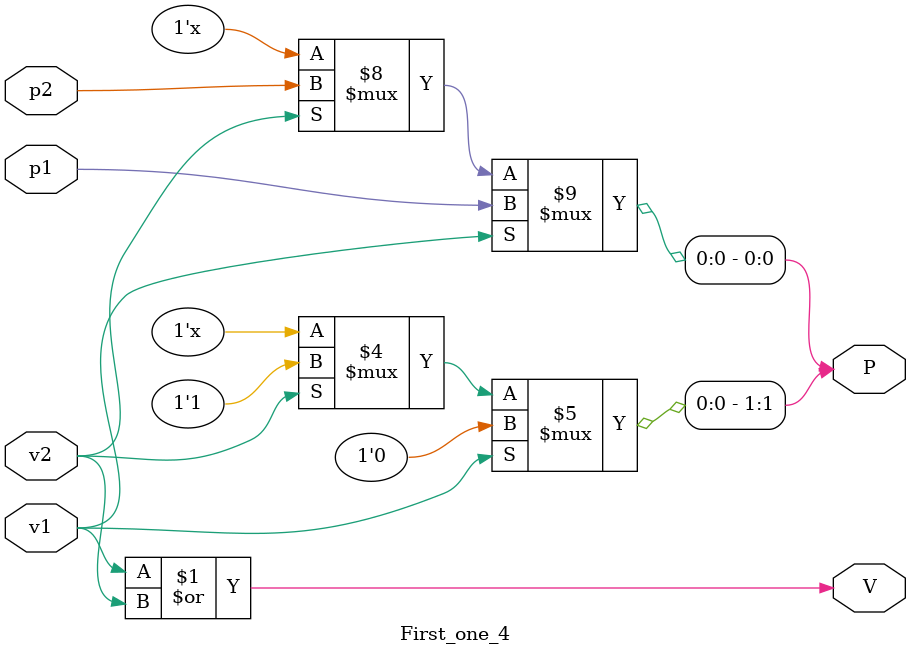
<source format=v>
module First_one_4(
	input									p1,
	input									p2,
	input									v1,
	input									v2,
	output			[1:0]				P,
	output								V
);
	assign			V			=			v1 | v2;
	assign			P[1]		=			(v1 == 1'b1) ? 1'b0 : (v2 == 1'b1) ? 1'b1 : 1'bx;
	assign			P[0]		=			(v1 == 1'b1) ? p1 : (v2 == 1'b1) ? p2 : 1'bx; 
endmodule
</source>
